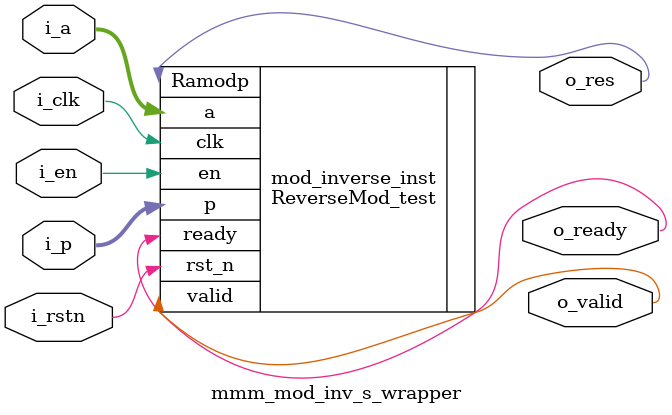
<source format=v>
module mmm_mod_inv_s_wrapper #(
    parameter               WIDTH   =   260
)(
    //system signals
    input                   i_clk,
    input                   i_rstn,
    //input signals
    input   [WIDTH-1:0]     i_p,
    input   [WIDTH-1:0]     i_a,
    input                   i_en,

    output                  o_res,
    output                  o_ready,
    output                  o_valid
);
    //DUT
    ReverseMod_test #(
        .WIDTH          (WIDTH)
    ) mod_inverse_inst  (
        .clk            (i_clk),
        .rst_n          (i_rstn),    
        .p              (i_p), 
        .a              (i_a), 
        .en             (i_en),

        .Ramodp         (o_res),
        .valid          (o_valid),
        .ready          (o_ready)
);
endmodule
</source>
